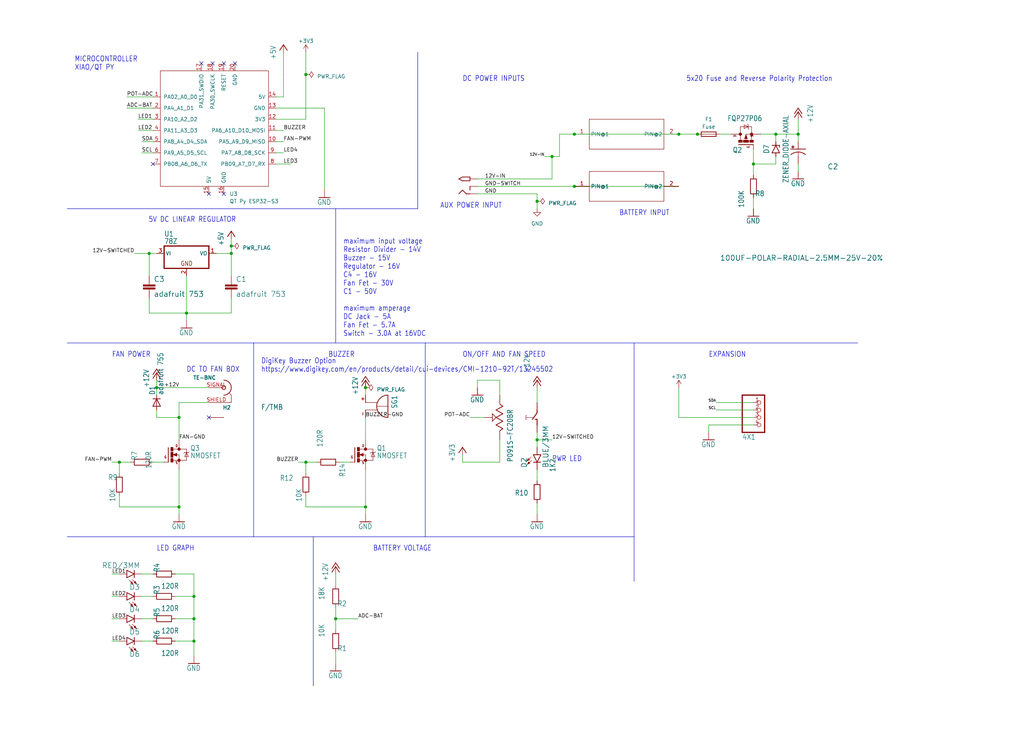
<source format=kicad_sch>
(kicad_sch (version 20230121) (generator eeschema)
  (paper "User" 348.691 254.152)
  (lib_symbols
    (symbol "Device:Fuse" (pin_numbers hide) (pin_names (offset 0))
      (property "Reference" "F" (at 2.032 0 90))
      (property "Value" "Fuse" (at -1.905 0 90))
      (symbol "Fuse_1_1"
        (pin passive line (at 0 3.81 270) (length 1.27) (name "~") (number "1"))
        (pin passive line (at 0 -3.81 90) (length 1.27) (name "~") (number "2"))
      )
    )
    (symbol "Device:R" (pin_numbers hide) (pin_names (offset 0))
      (property "Reference" "R" (at 2.032 0 90))
      (property "Value" "R" (at 0 0 90))
      (symbol "R_1_1"
        (pin passive line (at 0 3.81 270) (length 1.27) (name "~") (number "1"))
        (pin passive line (at 0 -3.81 90) (length 1.27) (name "~") (number "2"))
      )
    )
    (symbol "Papra TH v1.0-eagle-import:+12V" (power)
      (property "Value" "+12V" (at -2.54 -5.08 90))
      (symbol "+12V_1_0"
        (pin power_in line (at 0 -2.54 90) (length 2.54) (name "+12V") (number "1"))
      )
    )
    (symbol "Papra TH v1.0-eagle-import:+3V3" (power)
      (property "Value" "+3V3" (at -2.54 -5.08 90))
      (symbol "+3V3_1_0"
        (pin power_in line (at 0 -2.54 90) (length 2.54) (name "+3V3") (number "1"))
      )
    )
    (symbol "Papra TH v1.0-eagle-import:+5V" (power)
      (property "Value" "+5V" (at -2.54 -5.08 90))
      (symbol "+5V_1_0"
        (pin power_in line (at 0 -2.54 90) (length 2.54) (name "+5V") (number "1"))
      )
    )
    (symbol "Papra TH v1.0-eagle-import:0.1UF-KIT-EZ-50V-20%"
      (property "Reference" "C" (at 1.524 2.921 0))
      (symbol "0.1UF-KIT-EZ-50V-20%_1_0"
        (pin passive line (at 0 5.08 270) (length 2.54) (name "1") (number "1"))
        (pin passive line (at 0 -2.54 90) (length 2.54) (name "2") (number "2"))
      )
    )
    (symbol "Papra TH v1.0-eagle-import:100UF-POLAR-RADIAL-2.5MM-25V-20%"
      (property "Reference" "C" (at 1.016 0.635 0))
      (symbol "100UF-POLAR-RADIAL-2.5MM-25V-20%_1_0"
        (pin passive line (at 0 2.54 270) (length 2.54) (name "+") (number "1"))
        (pin passive line (at 0 -5.08 90) (length 2.54) (name "-") (number "2"))
      )
    )
    (symbol "Papra TH v1.0-eagle-import:1N4004"
      (property "Reference" "D" (at 2.54 0.4826 0))
      (symbol "1N4004_1_0"
        (pin passive line (at -2.54 0 0) (length 2.54) (name "A") (number "A"))
        (pin passive line (at 2.54 0 180) (length 2.54) (name "C") (number "C"))
      )
    )
    (symbol "Papra TH v1.0-eagle-import:4X1"
      (symbol "4X1_1_0"
        (pin passive inverted (at 0 2.54 0) (length 2.54) (name "1") (number "1"))
        (pin passive inverted (at 0 0 0) (length 2.54) (name "2") (number "2"))
        (pin passive inverted (at 0 -2.54 0) (length 2.54) (name "3") (number "3"))
        (pin passive inverted (at 0 -5.08 0) (length 2.54) (name "4") (number "4"))
      )
    )
    (symbol "Papra TH v1.0-eagle-import:78Z"
      (property "Reference" "IC" (at -7.62 5.715 0))
      (symbol "78Z_1_0"
        (text "GND" (at -2.032 -4.318 0) (effects (font (size 1.524 1.2954)) (justify left bottom)))
        (pin passive line (at 10.16 0 180) (length 2.54) (name "VO") (number "1"))
        (pin passive line (at 0 -7.62 90) (length 2.54) (name "GND") (number "2"))
        (pin input line (at -10.16 0 0) (length 2.54) (name "VI") (number "3"))
      )
    )
    (symbol "Papra TH v1.0-eagle-import:DIALIGHT_LIGHTPIPE")
    (symbol "Papra TH v1.0-eagle-import:F/TMB"
      (property "Reference" "SG" (at -2.54 6.35 0))
      (symbol "F/TMB_1_0"
        (pin passive line (at -2.54 -2.54 0) (length 2.54) (name "+") (number "+"))
        (pin passive line (at 5.08 -2.54 180) (length 2.54) (name "-") (number "-"))
      )
    )
    (symbol "Papra TH v1.0-eagle-import:GND" (power)
      (property "Value" "GND" (at -2.54 -2.54 0))
      (symbol "GND_1_0"
        (pin power_in line (at 0 2.54 270) (length 2.54) (name "GND") (number "1"))
      )
    )
    (symbol "Papra TH v1.0-eagle-import:LED3MM"
      (property "Reference" "D" (at -3.429 -4.572 90))
      (symbol "LED3MM_1_0"
        (pin passive line (at 0 2.54 270) (length 2.54) (name "A") (number "A"))
        (pin passive line (at 0 -5.08 90) (length 2.54) (name "C") (number "K"))
      )
    )
    (symbol "Papra TH v1.0-eagle-import:NMOSFETTO220"
      (property "Reference" "Q" (at 6.35 1.27 0))
      (symbol "NMOSFETTO220_1_0"
        (text "D" (at 1.27 2.54 0) (effects (font (size 0.8128 0.6908)) (justify left bottom)))
        (text "G" (at -2.54 -1.27 0) (effects (font (size 0.8128 0.6908)) (justify left bottom)))
        (text "S" (at 1.27 -3.175 0) (effects (font (size 0.8128 0.6908)) (justify left bottom)))
        (pin passive line (at 2.54 5.08 270) (length 2.54) (name "D") (number "D"))
        (pin passive line (at -2.54 -2.54 0) (length 0) (name "G") (number "G"))
        (pin passive line (at 2.54 -5.08 90) (length 2.54) (name "S") (number "S"))
      )
    )
    (symbol "Papra TH v1.0-eagle-import:P091S-FC20BR"
      (symbol "P091S-FC20BR_1_0"
        (pin passive line (at -7.62 2.54 0) (length 2.54) (name "1") (number "1"))
        (pin passive line (at 0 7.62 270) (length 2.54) (name "2") (number "2"))
        (pin passive line (at 7.62 2.54 180) (length 2.54) (name "3") (number "3"))
        (pin passive line (at 5.08 -10.16 180) (length 2.54) (name "4") (number "COM"))
        (pin passive line (at -5.08 -10.16 0) (length 2.54) (name "5") (number "NO"))
      )
    )
    (symbol "Papra TH v1.0-eagle-import:PJ-066A"
      (symbol "PJ-066A_1_0"
        (pin bidirectional line (at 2.54 -2.54 180) (length 2.54) (name "RING") (number "GND"))
        (pin bidirectional line (at 2.54 0 180) (length 2.54) (name "RING_SW") (number "GNDBREAK"))
        (pin bidirectional line (at 2.54 2.54 180) (length 2.54) (name "TIP") (number "PWR"))
      )
    )
    (symbol "Papra TH v1.0-eagle-import:PMOSFET_TO220"
      (property "Reference" "Q" (at 6.35 1.27 0))
      (symbol "PMOSFET_TO220_1_0"
        (text "D" (at 1.524 -3.302 0) (effects (font (size 0.8128 0.6908)) (justify left bottom)))
        (text "G" (at -2.286 1.27 0) (effects (font (size 0.8128 0.6908)) (justify left bottom)))
        (text "S" (at 1.524 2.54 0) (effects (font (size 0.8128 0.6908)) (justify left bottom)))
        (pin passive line (at 2.54 -5.08 90) (length 2.54) (name "D") (number "D"))
        (pin passive line (at -2.54 2.54 0) (length 0) (name "G") (number "G"))
        (pin passive line (at 2.54 5.08 270) (length 2.54) (name "S") (number "S"))
      )
    )
    (symbol "Papra TH v1.0-eagle-import:TE-BNC"
      (property "Reference" "H" (at -2.54 -7.62 0))
      (symbol "TE-BNC_1_0"
        (pin passive line (at 5.08 -10.16 180) (length 5.08) (name "P3") (number "P$1"))
        (pin passive line (at 5.08 -10.16 180) (length 5.08) (name "P3") (number "P$2"))
        (pin passive line (at 5.08 -5.08 180) (length 5.08) (name "P2") (number "SHIELD"))
        (pin passive line (at 5.08 0 180) (length 5.08) (name "P1") (number "SIGNAL"))
      )
    )
    (symbol "Papra TH v1.0-eagle-import:TE63952-1"
      (symbol "TE63952-1_1_0"
        (pin passive line (at -17.78 0 0) (length 5.08) (name "PIN@1") (number "1"))
        (pin passive line (at 17.78 0 180) (length 5.08) (name "PIN@2") (number "2"))
      )
    )
    (symbol "Papra TH v1.0-eagle-import:ZENER_DIODE-AXIAL"
      (property "Reference" "D" (at 0 3.175 0))
      (symbol "ZENER_DIODE-AXIAL_1_0"
        (pin passive line (at -2.54 0 0) (length 0) (name "A") (number "1"))
        (pin passive line (at 2.54 0 180) (length 0) (name "C") (number "2"))
      )
    )
    (symbol "Seeeduino-XAIO:SeeeduinoXIAO" (pin_names (offset 1.016))
      (property "Reference" "U" (at -19.05 22.86 0))
      (property "Value" "SeeeduinoXIAO" (at -12.7 21.59 0))
      (symbol "SeeeduinoXIAO_1_1"
        (pin unspecified line (at -21.59 11.43 0) (length 2.54) (name "PA02_A0_D0") (number "1"))
        (pin unspecified line (at 20.32 -3.81 180) (length 2.54) (name "PA5_A9_D9_MISO") (number "10"))
        (pin unspecified line (at 20.32 0 180) (length 2.54) (name "PA6_A10_D10_MOSI") (number "11"))
        (pin unspecified line (at 20.32 3.81 180) (length 2.54) (name "3V3") (number "12"))
        (pin unspecified line (at 20.32 7.62 180) (length 2.54) (name "GND") (number "13"))
        (pin unspecified line (at 20.32 11.43 180) (length 2.54) (name "5V") (number "14"))
        (pin input line (at -2.54 -21.59 90) (length 2.54) (name "5V") (number "15"))
        (pin input line (at 2.54 -21.59 90) (length 2.54) (name "GND") (number "16"))
        (pin input line (at -5.08 22.86 270) (length 2.54) (name "PA31_SWDIO") (number "17"))
        (pin input line (at -1.27 22.86 270) (length 2.54) (name "PA30_SWCLK") (number "18"))
        (pin input line (at 2.54 22.86 270) (length 2.54) (name "RESET") (number "19"))
        (pin unspecified line (at -21.59 7.62 0) (length 2.54) (name "PA4_A1_D1") (number "2"))
        (pin input line (at 6.35 22.86 270) (length 2.54) (name "GND") (number "20"))
        (pin unspecified line (at -21.59 3.81 0) (length 2.54) (name "PA10_A2_D2") (number "3"))
        (pin unspecified line (at -21.59 0 0) (length 2.54) (name "PA11_A3_D3") (number "4"))
        (pin unspecified line (at -21.59 -3.81 0) (length 2.54) (name "PA8_A4_D4_SDA") (number "5"))
        (pin unspecified line (at -21.59 -7.62 0) (length 2.54) (name "PA9_A5_D5_SCL") (number "6"))
        (pin unspecified line (at -21.59 -11.43 0) (length 2.54) (name "PB08_A6_D6_TX") (number "7"))
        (pin unspecified line (at 20.32 -11.43 180) (length 2.54) (name "PB09_A7_D7_RX") (number "8"))
        (pin unspecified line (at 20.32 -7.62 180) (length 2.54) (name "PA7_A8_D8_SCK") (number "9"))
      )
    )
    (symbol "power:+3V3" (power) (pin_names (offset 0))
      (property "Value" "+3V3" (at 0 3.556 0))
      (symbol "+3V3_1_1"
        (pin power_in line (at 0 0 90) (length 0) hide (name "+3V3") (number "1"))
      )
    )
    (symbol "power:GND" (power) (pin_names (offset 0))
      (property "Value" "GND" (at 0 -3.81 0))
      (symbol "GND_1_1"
        (pin power_in line (at 0 0 270) (length 0) hide (name "GND") (number "1"))
      )
    )
    (symbol "power:PWR_FLAG" (power) (pin_numbers hide) (pin_names (offset 0) hide)
      (property "Value" "PWR_FLAG" (at 0 3.81 0))
      (symbol "PWR_FLAG_0_0"
        (pin power_out line (at 0 0 90) (length 0) (name "pwr") (number "1"))
      )
    )
  )
  (junction (at 231.14 45.72))
  (junction (at 60.96 172.72))
  (junction (at 195.58 45.72))
  (junction (at 195.58 63.5))
  (junction (at 60.96 142.24))
  (junction (at 66.04 210.82))
  (junction (at 182.88 68.58))
  (junction (at 104.14 25.4))
  (junction (at 271.78 45.72))
  (junction (at 182.88 149.86))
  (junction (at 264.16 45.72))
  (junction (at 66.04 218.44))
  (junction (at 66.04 203.2))
  (junction (at 237.49 45.72))
  (junction (at 256.54 55.88))
  (junction (at 50.8 86.36))
  (junction (at 124.46 172.72))
  (junction (at 78.74 83.82))
  (junction (at 40.64 157.48))
  (junction (at 114.3 210.82))
  (junction (at 104.14 157.48))
  (junction (at 187.96 53.34))
  (junction (at 78.74 86.36))
  (junction (at 124.46 132.08))
  (junction (at 53.34 132.08))
  (junction (at 63.5 106.68))
  (no_connect (at 76.2 21.59))
  (no_connect (at 68.58 21.59))
  (no_connect (at 76.2 66.04))
  (no_connect (at 72.39 21.59))
  (no_connect (at 80.01 21.59))
  (no_connect (at 71.12 142.24))
  (no_connect (at 71.12 66.04))
  (no_connect (at 52.07 55.88))
  (wire (pts (xy 59.69 195.58) (xy 60.96 195.58)))
  (wire (pts (xy 246.38 45.72) (xy 248.92 45.72)) (stroke (width 0.1524)))
  (wire (pts (xy 162.56 60.96) (xy 187.96 60.96)) (stroke (width 0.1524)))
  (wire (pts (xy 50.8 203.2) (xy 52.07 203.2)))
  (wire (pts (xy 264.16 45.72) (xy 271.78 45.72)) (stroke (width 0.1524)))
  (wire (pts (xy 43.18 33.02) (xy 52.07 33.02)))
  (wire (pts (xy 124.46 160.02) (xy 124.46 172.72)) (stroke (width 0.1524)))
  (polyline (pts (xy 144.78 116.84) (xy 215.9 116.84)) (stroke (width 0.1524) (type solid)))
  (wire (pts (xy 104.14 160.02) (xy 104.14 161.29)))
  (wire (pts (xy 182.88 137.16) (xy 182.88 132.08)) (stroke (width 0.1524)))
  (wire (pts (xy 104.14 40.64) (xy 104.14 30.48)))
  (wire (pts (xy 114.3 195.58) (xy 114.3 198.12)) (stroke (width 0.1524)))
  (wire (pts (xy 52.07 157.48) (xy 53.34 157.48)))
  (wire (pts (xy 256.54 71.12) (xy 256.54 68.58)) (stroke (width 0.1524)))
  (wire (pts (xy 59.69 203.2) (xy 60.96 203.2)))
  (wire (pts (xy 40.64 195.58) (xy 38.1 195.58)) (stroke (width 0.1524)))
  (polyline (pts (xy 86.36 182.88) (xy 22.86 182.88)) (stroke (width 0.1524) (type solid)))
  (wire (pts (xy 50.8 101.6) (xy 50.8 106.68)) (stroke (width 0.1524)))
  (polyline (pts (xy 106.68 233.68) (xy 106.68 182.88)) (stroke (width 0.1524) (type solid)))
  (polyline (pts (xy 142.24 71.12) (xy 142.24 17.78)) (stroke (width 0.1524) (type solid)))
  (wire (pts (xy 60.96 218.44) (xy 66.04 218.44)) (stroke (width 0.1524)))
  (wire (pts (xy 124.46 172.72) (xy 124.46 175.26)) (stroke (width 0.1524)))
  (wire (pts (xy 59.69 210.82) (xy 60.96 210.82)))
  (wire (pts (xy 50.8 195.58) (xy 48.26 195.58)) (stroke (width 0.1524)))
  (wire (pts (xy 170.18 129.54) (xy 170.18 134.62)) (stroke (width 0.1524)))
  (wire (pts (xy 46.99 40.64) (xy 52.07 40.64)))
  (polyline (pts (xy 215.9 182.88) (xy 215.9 116.84)) (stroke (width 0.1524) (type solid)))
  (wire (pts (xy 124.46 132.08) (xy 124.46 134.62)) (stroke (width 0.1524)))
  (wire (pts (xy 104.14 170.18) (xy 104.14 172.72)) (stroke (width 0.1524)))
  (wire (pts (xy 40.64 203.2) (xy 38.1 203.2)) (stroke (width 0.1524)))
  (wire (pts (xy 48.26 48.26) (xy 52.07 48.26)))
  (wire (pts (xy 104.14 168.91) (xy 104.14 170.18)))
  (wire (pts (xy 50.8 218.44) (xy 52.07 218.44)))
  (wire (pts (xy 93.98 48.26) (xy 96.52 48.26)))
  (wire (pts (xy 256.54 55.88) (xy 264.16 55.88)) (stroke (width 0.1524)))
  (wire (pts (xy 256.54 142.24) (xy 231.14 142.24)) (stroke (width 0.1524)))
  (wire (pts (xy 187.96 53.34) (xy 187.96 60.96)) (stroke (width 0.1524)))
  (wire (pts (xy 231.14 45.72) (xy 236.22 45.72)) (stroke (width 0.1524)))
  (wire (pts (xy 73.66 86.36) (xy 78.74 86.36)) (stroke (width 0.1524)))
  (polyline (pts (xy 86.36 116.84) (xy 144.78 116.84)) (stroke (width 0.1524) (type solid)))
  (wire (pts (xy 162.56 63.5) (xy 195.58 63.5)) (stroke (width 0.1524)))
  (wire (pts (xy 237.49 45.72) (xy 236.22 45.72)))
  (wire (pts (xy 104.14 30.48) (xy 104.14 25.4)) (stroke (width 0.1524)))
  (wire (pts (xy 104.14 172.72) (xy 124.46 172.72)) (stroke (width 0.1524)))
  (wire (pts (xy 40.64 210.82) (xy 38.1 210.82)) (stroke (width 0.1524)))
  (wire (pts (xy 60.96 137.16) (xy 60.96 142.24)) (stroke (width 0.1524)))
  (wire (pts (xy 53.34 139.7) (xy 53.34 142.24)) (stroke (width 0.1524)))
  (wire (pts (xy 259.08 45.72) (xy 264.16 45.72)) (stroke (width 0.1524)))
  (polyline (pts (xy 86.36 182.88) (xy 86.36 116.84)) (stroke (width 0.1524) (type solid)))
  (wire (pts (xy 40.64 168.91) (xy 40.64 170.18)))
  (wire (pts (xy 182.88 149.86) (xy 182.88 147.32)) (stroke (width 0.1524)))
  (wire (pts (xy 93.98 55.88) (xy 99.06 55.88)))
  (wire (pts (xy 114.3 213.36) (xy 114.3 214.63)))
  (wire (pts (xy 53.34 134.62) (xy 53.34 132.08)) (stroke (width 0.1524)))
  (wire (pts (xy 256.54 137.16) (xy 243.84 137.16)) (stroke (width 0.1524)))
  (wire (pts (xy 60.96 210.82) (xy 66.04 210.82)) (stroke (width 0.1524)))
  (wire (pts (xy 50.8 210.82) (xy 52.07 210.82)))
  (wire (pts (xy 60.96 195.58) (xy 66.04 195.58)) (stroke (width 0.1524)))
  (wire (pts (xy 182.88 160.02) (xy 182.88 162.56)) (stroke (width 0.1524)))
  (wire (pts (xy 53.34 157.48) (xy 55.88 157.48)) (stroke (width 0.1524)))
  (wire (pts (xy 40.64 160.02) (xy 40.64 161.29)))
  (wire (pts (xy 256.54 50.8) (xy 256.54 55.88)) (stroke (width 0.1524)))
  (wire (pts (xy 256.54 144.78) (xy 241.3 144.78)) (stroke (width 0.1524)))
  (wire (pts (xy 40.64 218.44) (xy 38.1 218.44)) (stroke (width 0.1524)))
  (wire (pts (xy 66.04 210.82) (xy 66.04 218.44)) (stroke (width 0.1524)))
  (wire (pts (xy 78.74 106.68) (xy 63.5 106.68)) (stroke (width 0.1524)))
  (wire (pts (xy 271.78 45.72) (xy 271.78 40.64)) (stroke (width 0.1524)))
  (wire (pts (xy 60.96 160.02) (xy 60.96 172.72)) (stroke (width 0.1524)))
  (wire (pts (xy 93.98 44.45) (xy 96.52 44.45)))
  (polyline (pts (xy 22.86 116.84) (xy 86.36 116.84)) (stroke (width 0.1524) (type solid)))
  (wire (pts (xy 60.96 172.72) (xy 60.96 175.26)) (stroke (width 0.1524)))
  (wire (pts (xy 60.96 203.2) (xy 66.04 203.2)) (stroke (width 0.1524)))
  (wire (pts (xy 93.98 33.02) (xy 96.52 33.02)))
  (wire (pts (xy 157.48 154.94) (xy 157.48 157.48)) (stroke (width 0.1524)))
  (wire (pts (xy 78.74 83.82) (xy 78.74 81.28)) (stroke (width 0.1524)))
  (wire (pts (xy 190.5 45.72) (xy 190.5 53.34)) (stroke (width 0.1524)))
  (wire (pts (xy 104.14 157.48) (xy 101.6 157.48)) (stroke (width 0.1524)))
  (wire (pts (xy 40.64 157.48) (xy 38.1 157.48)) (stroke (width 0.1524)))
  (polyline (pts (xy 114.3 71.12) (xy 142.24 71.12)) (stroke (width 0.1524) (type solid)))
  (wire (pts (xy 115.57 157.48) (xy 116.84 157.48)))
  (polyline (pts (xy 215.9 182.88) (xy 144.78 182.88)) (stroke (width 0.1524) (type solid)))
  (wire (pts (xy 59.69 218.44) (xy 60.96 218.44)))
  (wire (pts (xy 106.68 157.48) (xy 107.95 157.48)))
  (wire (pts (xy 110.49 64.77) (xy 110.49 36.83)))
  (wire (pts (xy 93.98 52.07) (xy 96.52 52.07)))
  (wire (pts (xy 190.5 53.34) (xy 187.96 53.34)) (stroke (width 0.1524)))
  (wire (pts (xy 114.3 210.82) (xy 121.92 210.82)) (stroke (width 0.1524)))
  (wire (pts (xy 114.3 208.28) (xy 114.3 210.82)) (stroke (width 0.1524)))
  (wire (pts (xy 241.3 144.78) (xy 241.3 147.32)) (stroke (width 0.1524)))
  (wire (pts (xy 40.64 160.02) (xy 40.64 157.48)) (stroke (width 0.1524)))
  (wire (pts (xy 165.1 142.24) (xy 160.02 142.24)) (stroke (width 0.1524)))
  (wire (pts (xy 237.744 45.72) (xy 237.49 45.72)))
  (wire (pts (xy 104.14 160.02) (xy 104.14 157.48)) (stroke (width 0.1524)))
  (wire (pts (xy 50.8 93.98) (xy 50.8 86.36)) (stroke (width 0.1524)))
  (wire (pts (xy 66.04 195.58) (xy 66.04 203.2)) (stroke (width 0.1524)))
  (wire (pts (xy 124.46 142.24) (xy 124.46 149.86)) (stroke (width 0.1524)))
  (polyline (pts (xy 22.86 71.12) (xy 114.3 71.12)) (stroke (width 0.1524) (type solid)))
  (wire (pts (xy 170.18 157.48) (xy 170.18 149.86)) (stroke (width 0.1524)))
  (wire (pts (xy 78.74 86.36) (xy 78.74 83.82)) (stroke (width 0.1524)))
  (wire (pts (xy 237.49 45.974) (xy 237.744 45.974)))
  (wire (pts (xy 114.3 207.01) (xy 114.3 208.28)))
  (wire (pts (xy 50.8 203.2) (xy 48.26 203.2)) (stroke (width 0.1524)))
  (wire (pts (xy 93.98 40.64) (xy 104.14 40.64)))
  (wire (pts (xy 53.34 86.36) (xy 50.8 86.36)) (stroke (width 0.1524)))
  (wire (pts (xy 104.14 25.4) (xy 104.14 17.78)) (stroke (width 0.1524)))
  (wire (pts (xy 182.88 171.45) (xy 182.88 172.72)))
  (wire (pts (xy 78.74 101.6) (xy 78.74 106.68)) (stroke (width 0.1524)))
  (wire (pts (xy 114.3 210.82) (xy 114.3 213.36)) (stroke (width 0.1524)))
  (wire (pts (xy 50.8 106.68) (xy 63.5 106.68)) (stroke (width 0.1524)))
  (wire (pts (xy 50.8 210.82) (xy 48.26 210.82)) (stroke (width 0.1524)))
  (wire (pts (xy 71.12 132.08) (xy 53.34 132.08)) (stroke (width 0.1524)))
  (wire (pts (xy 96.52 25.4) (xy 96.52 17.78)) (stroke (width 0.1524)))
  (polyline (pts (xy 106.68 182.88) (xy 86.36 182.88)) (stroke (width 0.1524) (type solid)))
  (wire (pts (xy 162.56 129.54) (xy 170.18 129.54)) (stroke (width 0.1524)))
  (wire (pts (xy 50.8 195.58) (xy 52.07 195.58)))
  (wire (pts (xy 231.14 132.08) (xy 231.14 142.24)))
  (wire (pts (xy 93.98 36.83) (xy 110.49 36.83)))
  (wire (pts (xy 237.744 45.974) (xy 237.744 45.72)))
  (wire (pts (xy 66.04 218.44) (xy 66.04 223.52)) (stroke (width 0.1524)))
  (wire (pts (xy 71.12 137.16) (xy 60.96 137.16)) (stroke (width 0.1524)))
  (wire (pts (xy 256.54 67.31) (xy 256.54 68.58)))
  (wire (pts (xy 114.3 198.12) (xy 114.3 199.39)))
  (wire (pts (xy 43.18 36.83) (xy 52.07 36.83)))
  (polyline (pts (xy 144.78 182.88) (xy 106.68 182.88)) (stroke (width 0.1524) (type solid)))
  (wire (pts (xy 271.78 48.26) (xy 271.78 45.72)) (stroke (width 0.1524)))
  (wire (pts (xy 182.88 175.26) (xy 182.88 172.72)) (stroke (width 0.1524)))
  (wire (pts (xy 162.56 66.04) (xy 182.88 66.04)))
  (wire (pts (xy 182.88 162.56) (xy 182.88 163.83)))
  (wire (pts (xy 116.84 157.48) (xy 119.38 157.48)) (stroke (width 0.1524)))
  (wire (pts (xy 245.11 45.72) (xy 246.38 45.72)))
  (wire (pts (xy 96.52 25.4) (xy 96.52 33.02)))
  (wire (pts (xy 50.8 86.36) (xy 45.72 86.36)) (stroke (width 0.1524)))
  (wire (pts (xy 157.48 157.48) (xy 170.18 157.48)) (stroke (width 0.1524)))
  (wire (pts (xy 190.5 45.72) (xy 195.58 45.72)) (stroke (width 0.1524)))
  (wire (pts (xy 162.56 132.08) (xy 162.56 129.54)) (stroke (width 0.1524)))
  (wire (pts (xy 78.74 93.98) (xy 78.74 86.36)) (stroke (width 0.1524)))
  (polyline (pts (xy 215.9 198.12) (xy 215.9 182.88)) (stroke (width 0.1524) (type solid)))
  (wire (pts (xy 256.54 58.42) (xy 256.54 59.69)))
  (polyline (pts (xy 215.9 116.84) (xy 292.1 116.84)) (stroke (width 0.1524) (type solid)))
  (wire (pts (xy 182.88 66.04) (xy 182.88 68.58)))
  (wire (pts (xy 271.78 55.88) (xy 271.78 58.42)) (stroke (width 0.1524)))
  (wire (pts (xy 53.34 132.08) (xy 53.34 129.54)) (stroke (width 0.1524)))
  (wire (pts (xy 50.8 218.44) (xy 48.26 218.44)) (stroke (width 0.1524)))
  (wire (pts (xy 43.18 157.48) (xy 44.45 157.48)))
  (wire (pts (xy 63.5 106.68) (xy 63.5 109.22)) (stroke (width 0.1524)))
  (polyline (pts (xy 114.3 71.12) (xy 114.3 116.84)) (stroke (width 0.1524) (type solid)))
  (wire (pts (xy 104.14 157.48) (xy 106.68 157.48)) (stroke (width 0.1524)))
  (wire (pts (xy 256.54 55.88) (xy 256.54 58.42)) (stroke (width 0.1524)))
  (wire (pts (xy 264.16 48.26) (xy 264.16 45.72)) (stroke (width 0.1524)))
  (wire (pts (xy 40.64 170.18) (xy 40.64 172.72)) (stroke (width 0.1524)))
  (wire (pts (xy 63.5 93.98) (xy 63.5 106.68)) (stroke (width 0.1524)))
  (wire (pts (xy 195.58 63.5) (xy 231.14 63.5)) (stroke (width 0.1524)))
  (wire (pts (xy 185.42 53.34) (xy 187.96 53.34)) (stroke (width 0.1524)))
  (wire (pts (xy 231.14 45.72) (xy 195.58 45.72)) (stroke (width 0.1524)))
  (wire (pts (xy 48.26 52.07) (xy 52.07 52.07)))
  (wire (pts (xy 182.88 68.58) (xy 182.88 71.12)))
  (wire (pts (xy 114.3 222.25) (xy 114.3 223.52)))
  (wire (pts (xy 114.3 226.06) (xy 114.3 223.52)) (stroke (width 0.1524)))
  (polyline (pts (xy 144.78 116.84) (xy 144.78 182.88)) (stroke (width 0.1524) (type solid)))
  (wire (pts (xy 264.16 55.88) (xy 264.16 53.34)) (stroke (width 0.1524)))
  (wire (pts (xy 60.96 142.24) (xy 60.96 149.86)) (stroke (width 0.1524)))
  (wire (pts (xy 182.88 149.86) (xy 187.96 149.86)) (stroke (width 0.1524)))
  (wire (pts (xy 40.64 157.48) (xy 43.18 157.48)) (stroke (width 0.1524)))
  (wire (pts (xy 53.34 142.24) (xy 60.96 142.24)) (stroke (width 0.1524)))
  (wire (pts (xy 46.99 44.45) (xy 52.07 44.45)))
  (wire (pts (xy 182.88 152.4) (xy 182.88 149.86)) (stroke (width 0.1524)))
  (wire (pts (xy 66.04 203.2) (xy 66.04 210.82)) (stroke (width 0.1524)))
  (wire (pts (xy 40.64 172.72) (xy 60.96 172.72)) (stroke (width 0.1524)))
  (wire (pts (xy 256.54 139.7) (xy 243.84 139.7)) (stroke (width 0.1524)))
  (text "BATTERY VOLTAGE" (at 127 187.96 0) (effects (font (size 1.778 1.5113)) (justify left bottom)))
  (text "PWR LED" (at 187.96 157.48 0) (effects (font (size 1.778 1.5113)) (justify left bottom)))
  (text "maximum input voltage\nResistor Divider - 14V\nBuzzer - 15V\nRegulator - 16V\nC4 - 16V\nFan Fet - 30V\nC1 - 50V" (at 116.84 81.28 0) (effects (font (size 1.778 1.5113)) (justify left top)))
  (text "FAN POWER" (at 38.1 121.92 0) (effects (font (size 1.778 1.5113)) (justify left bottom)))
  (text "maximum amperage\nDC Jack - 5A\nFan Fet - 5.7A\nSwitch - 3.0A at 16VDC" (at 116.84 104.14 0) (effects (font (size 1.778 1.5113)) (justify left top)))
  (text "5V DC LINEAR REGULATOR" (at 50.546 75.946 0) (effects (font (size 1.778 1.5113)) (justify left bottom)))
  (text "AUX POWER INPUT" (at 149.86 71.12 0) (effects (font (size 1.778 1.5113)) (justify left bottom)))
  (text "DigiKey Buzzer Option\nhttps://www.digikey.com/en/products/detail/cui-devices/CMI-1210-92T/13245502" (at 88.9 127 0) (effects (font (size 1.778 1.5113)) (justify left bottom)))
  (text "5x20 Fuse and Reverse Polarity Protection" (at 233.68 27.94 0) (effects (font (size 1.778 1.5113)) (justify left bottom)))
  (text "BUZZER" (at 111.76 121.92 0) (effects (font (size 1.778 1.5113)) (justify left bottom)))
  (text "LED GRAPH" (at 53.34 187.96 0) (effects (font (size 1.778 1.5113)) (justify left bottom)))
  (text "DC POWER INPUTS" (at 157.48 27.94 0) (effects (font (size 1.778 1.5113)) (justify left bottom)))
  (text "EXPANSION" (at 241.3 121.92 0) (effects (font (size 1.778 1.5113)) (justify left bottom)))
  (text "ON/OFF AND FAN SPEED" (at 157.48 121.92 0) (effects (font (size 1.778 1.5113)) (justify left bottom)))
  (text "DC TO FAN BOX" (at 63.5 127 0) (effects (font (size 1.778 1.5113)) (justify left bottom)))
  (text "BATTERY INPUT" (at 210.82 73.66 0) (effects (font (size 1.778 1.5113)) (justify left bottom)))
  (text "MICROCONTROLLER\nXIAO/QT PY" (at 25.4 24.13 0) (effects (font (size 1.778 1.5113)) (justify left bottom)))
  (label "LED3" (at 38.1 210.82 0) (effects (font (size 1.2446 1.2446))))
  (label "SCL" (at 243.84 139.7 180) (effects (font (size 0.889 0.889))))
  (label "SDA" (at 48.26 48.26 0))
  (label "LED1" (at 46.99 40.64 0))
  (label "POT-ADC" (at 160.02 142.24 180) (effects (font (size 1.2446 1.2446))))
  (label "LED1" (at 38.1 195.58 0) (effects (font (size 1.2446 1.2446))))
  (label "BUZZER" (at 96.52 44.45 0))
  (label "ADC-BAT" (at 121.92 210.82 0) (effects (font (size 1.2446 1.2446))))
  (label "FAN-GND" (at 60.96 149.86 0) (effects (font (size 1.2446 1.2446))))
  (label "GND-SWITCH" (at 165.1 63.5 0) (effects (font (size 1.2446 1.2446))))
  (label "12V-IN" (at 165.1 60.96 0) (effects (font (size 1.2446 1.2446))))
  (label "LED2" (at 46.99 44.45 0))
  (label "12V-IN" (at 185.42 53.34 180) (effects (font (size 0.889 0.889))))
  (label "BUZZER-GND" (at 124.46 142.24 0) (effects (font (size 1.2446 1.2446))))
  (label "FAN-PWM" (at 96.52 48.26 0))
  (label "12V-SWITCHED" (at 187.96 149.86 0) (effects (font (size 1.2446 1.2446))))
  (label "SDA" (at 243.84 137.16 180) (effects (font (size 0.889 0.889))))
  (label "ADC-BAT" (at 43.18 36.83 0))
  (label "BUZZER" (at 101.6 157.48 180) (effects (font (size 1.2446 1.2446))))
  (label "+12V" (at 55.88 132.08 0) (effects (font (size 1.2446 1.2446))))
  (label "POT-ADC" (at 43.18 33.02 0))
  (label "LED4" (at 38.1 218.44 0) (effects (font (size 1.2446 1.2446))))
  (label "SCL" (at 48.26 52.07 0))
  (label "LED3" (at 96.52 55.88 0))
  (label "FAN-PWM" (at 38.1 157.48 180) (effects (font (size 1.2446 1.2446))))
  (label "GND" (at 165.1 66.04 0) (effects (font (size 1.2446 1.2446))))
  (label "12V-SWITCHED" (at 45.72 86.36 180) (effects (font (size 1.2446 1.2446))))
  (label "LED2" (at 38.1 203.2 0) (effects (font (size 1.2446 1.2446))))
  (label "LED4" (at 96.52 52.07 0))
  (symbol (lib_id "Papra TH v1.0-eagle-import:+12V") (at 271.78 38.1 0) (unit 1)
    (property "Reference" "#P+013" (effects hide))
    (property "Value" "+12V" (at 276.86 41.91 90) (effects (font (size 1.778 1.5113)) (justify left bottom)))
  )
  (symbol (lib_id "Device:R") (at 104.14 165.1 0) (unit 1)
    (property "Reference" "R12" (at 95.25 163.83 0) (effects (font (size 1.778 1.5113)) (justify left bottom)))
    (property "Value" "10K" (at 100.838 166.37 90) (effects (font (size 1.778 1.5113)) (justify right top)))
    (property "Footprint" "Resistor_THT:R_Axial_DIN0207_L6.3mm_D2.5mm_P10.16mm_Horizontal" (effects hide))
  )
  (symbol (lib_id "Papra TH v1.0-eagle-import:LED3MM") (at 43.18 210.82 90) (unit 1)
    (property "Reference" "D5" (at 47.752 214.249 90) (effects (font (size 1.778 1.778)) (justify left bottom)))
    (property "Value" "RED/3MM" (effects hide))
    (property "Footprint" "LED_THT:LED_D5.0mm" (effects hide))
  )
  (symbol (lib_id "Papra TH v1.0-eagle-import:LED3MM") (at 182.88 154.94 0) (unit 1)
    (property "Reference" "D2" (at 179.451 159.512 90) (effects (font (size 1.778 1.778)) (justify left bottom)))
    (property "Value" "BLUE/3MM" (at 184.785 159.512 90) (effects (font (size 1.778 1.778)) (justify left top)))
    (property "Footprint" "LED_THT:LED_D5.0mm" (effects hide))
  )
  (symbol (lib_id "power:GND") (at 182.88 71.12 0) (unit 1)
    (property "Reference" "#PWR01" (effects hide))
    (property "Value" "GND" (at 182.88 76.2 0))
  )
  (symbol (lib_id "Device:R") (at 182.88 167.64 0) (unit 1)
    (property "Reference" "R10" (at 175.26 168.91 0) (effects (font (size 1.778 1.5113)) (justify left bottom)))
    (property "Value" "1K2" (at 187.198 156.21 90) (effects (font (size 1.778 1.5113)) (justify right top)))
    (property "Footprint" "Papra TH v1.0:0207_12" (effects hide))
  )
  (symbol (lib_id "Papra TH v1.0-eagle-import:F/TMB") (at 127 137.16 270) (unit 1)
    (property "Reference" "SG1" (at 133.35 134.62 0) (effects (font (size 1.778 1.5113)) (justify left bottom)))
    (property "Value" "F/TMB" (at 88.9 139.7 90) (effects (font (size 1.778 1.5113)) (justify left bottom)))
  )
  (symbol (lib_id "Papra TH v1.0-eagle-import:78Z") (at 63.5 86.36 0) (unit 1)
    (property "Reference" "U1" (at 55.88 80.645 0) (effects (font (size 1.778 1.5113)) (justify left bottom)))
    (property "Value" "78Z" (at 55.88 83.185 0) (effects (font (size 1.778 1.5113)) (justify left bottom)))
    (property "Footprint" "Package_TO_SOT_THT:TO-92_HandSolder" (effects hide))
  )
  (symbol (lib_id "Papra TH v1.0-eagle-import:+12V") (at 182.88 129.54 0) (unit 1)
    (property "Reference" "#P+01" (effects hide))
    (property "Value" "+12V" (at 180.34 127 90) (effects (font (size 1.778 1.5113)) (justify left bottom)))
  )
  (symbol (lib_id "Device:R") (at 40.64 165.1 0) (unit 1)
    (property "Reference" "R9" (at 36.83 163.6014 0) (effects (font (size 1.778 1.5113)) (justify left bottom)))
    (property "Value" "10K" (at 37.338 166.37 90) (effects (font (size 1.778 1.5113)) (justify right top)))
    (property "Footprint" "Resistor_THT:R_Axial_DIN0207_L6.3mm_D2.5mm_P10.16mm_Horizontal" (effects hide))
  )
  (symbol (lib_id "Papra TH v1.0-eagle-import:GND") (at 60.96 177.8 0) (unit 1)
    (property "Reference" "#GND04" (effects hide))
    (property "Value" "GND" (at 58.42 180.34 0) (effects (font (size 1.778 1.5113)) (justify left bottom)))
  )
  (symbol (lib_id "Papra TH v1.0-eagle-import:GND") (at 63.5 111.76 0) (unit 1)
    (property "Reference" "#GND03" (effects hide))
    (property "Value" "GND" (at 60.96 114.3 0) (effects (font (size 1.778 1.5113)) (justify left bottom)))
  )
  (symbol (lib_id "Papra TH v1.0-eagle-import:+5V") (at 96.52 15.24 0) (unit 1)
    (property "Reference" "#P+02" (effects hide))
    (property "Value" "+5V" (at 93.98 20.32 90) (effects (font (size 1.778 1.5113)) (justify left bottom)))
  )
  (symbol (lib_id "Papra TH v1.0-eagle-import:NMOSFETTO220") (at 58.42 154.94 0) (unit 1)
    (property "Reference" "Q3" (at 64.77 153.67 0) (effects (font (size 1.778 1.5113)) (justify left bottom)))
    (property "Value" "NMOSFET" (at 64.77 156.21 0) (effects (font (size 1.778 1.5113)) (justify left bottom)))
    (property "Footprint" "Package_TO_SOT_THT:TO-220-3_Vertical" (effects hide))
  )
  (symbol (lib_id "Papra TH v1.0-eagle-import:P091S-FC20BR") (at 172.72 142.24 90) (mirror x) (unit 1)
    (property "Reference" "POT1" (effects hide))
    (property "Value" "P091S-FC20BR" (at 172.72 157.48 0) (effects (font (size 1.778 1.5113)) (justify right top)))
    (property "Footprint" "Papra TH v1.0:P091S-FC20BR" (effects hide))
  )
  (symbol (lib_id "Papra TH v1.0-eagle-import:PJ-066A") (at 160.02 63.5 0) (unit 1)
    (property "Reference" "H1" (effects hide))
    (property "Value" "PJ-066A" (effects hide))
    (property "Footprint" "Papra TH v1.0:DCJACK-PJ-066A" (effects hide))
  )
  (symbol (lib_id "Papra TH v1.0-eagle-import:+5V") (at 78.74 78.74 0) (unit 1)
    (property "Reference" "#P+06" (effects hide))
    (property "Value" "+5V" (at 76.2 83.82 90) (effects (font (size 1.778 1.5113)) (justify left bottom)))
  )
  (symbol (lib_id "Papra TH v1.0-eagle-import:GND") (at 66.04 226.06 0) (unit 1)
    (property "Reference" "#GND01" (effects hide))
    (property "Value" "GND" (at 63.5 228.6 0) (effects (font (size 1.778 1.5113)) (justify left bottom)))
  )
  (symbol (lib_id "Papra TH v1.0-eagle-import:100UF-POLAR-RADIAL-2.5MM-25V-20%") (at 271.78 50.8 0) (unit 1)
    (property "Reference" "C2" (at 281.686 57.785 0) (effects (font (size 1.778 1.778)) (justify left bottom)))
    (property "Value" "100UF-POLAR-RADIAL-2.5MM-25V-20%" (at 245.11 88.9 0) (effects (font (size 1.778 1.778)) (justify left bottom)))
    (property "Footprint" "Capacitor_THT:CP_Radial_D5.0mm_P2.50mm" (effects hide))
    (property "Alternate P/N" "panasonic eca-1chg101i" (effects hide))
  )
  (symbol (lib_id "Papra TH v1.0-eagle-import:GND") (at 241.3 149.86 0) (unit 1)
    (property "Reference" "#GND012" (effects hide))
    (property "Value" "GND" (at 238.76 152.4 0) (effects (font (size 1.778 1.5113)) (justify left bottom)))
  )
  (symbol (lib_id "Papra TH v1.0-eagle-import:GND") (at 271.78 60.96 0) (unit 1)
    (property "Reference" "#GND011" (effects hide))
    (property "Value" "GND" (at 269.24 63.5 0) (effects (font (size 1.778 1.5113)) (justify left bottom)))
  )
  (symbol (lib_id "Device:R") (at 48.26 157.48 90) (mirror x) (unit 1)
    (property "Reference" "R7" (at 46.7614 153.67 0) (effects (font (size 1.778 1.5113)) (justify left bottom)))
    (property "Value" "120R" (at 51.562 153.67 0) (effects (font (size 1.778 1.5113)) (justify left bottom)))
    (property "Footprint" "Resistor_THT:R_Axial_DIN0207_L6.3mm_D2.5mm_P10.16mm_Horizontal" (effects hide))
  )
  (symbol (lib_id "Papra TH v1.0-eagle-import:+12V") (at 53.34 127 0) (unit 1)
    (property "Reference" "#P+014" (effects hide))
    (property "Value" "+12V" (at 50.8 132.08 90) (effects (font (size 1.778 1.5113)) (justify left bottom)))
  )
  (symbol (lib_id "Device:R") (at 114.3 218.44 180) (unit 1)
    (property "Reference" "R1" (at 118.11 219.9386 0) (effects (font (size 1.778 1.5113)) (justify left bottom)))
    (property "Value" "10K" (at 110.49 217.17 90) (effects (font (size 1.778 1.5113)) (justify right top)))
    (property "Footprint" "Resistor_THT:R_Axial_DIN0207_L6.3mm_D2.5mm_P10.16mm_Horizontal" (effects hide))
  )
  (symbol (lib_id "power:+3V3") (at 231.14 132.08 0) (unit 1)
    (property "Reference" "#PWR04" (effects hide))
    (property "Value" "+3V3" (at 231.14 128.27 0))
  )
  (symbol (lib_id "Papra TH v1.0-eagle-import:1N4004") (at 53.34 137.16 90) (unit 1)
    (property "Reference" "D1" (at 52.8574 134.62 0) (effects (font (size 1.778 1.5113)) (justify left bottom)))
    (property "Value" "adafruit 755" (at 55.6514 134.62 0) (effects (font (size 1.778 1.5113)) (justify left bottom)))
    (property "Footprint" "Diode_THT:D_DO-41_SOD81_P10.16mm_Horizontal" (effects hide))
    (property "Datasheet" "https://cdn-shop.adafruit.com/datasheets/1N4001-D.PDF" (effects hide))
    (property "P/N" "1n4001" (effects hide))
  )
  (symbol (lib_id "Papra TH v1.0-eagle-import:4X1") (at 256.54 139.7 0) (unit 1)
    (property "Reference" "H3" (effects hide))
    (property "Value" "4X1" (at 252.73 149.86 0) (effects (font (size 1.778 1.5113)) (justify left bottom)))
    (property "Footprint" "Connector_PinHeader_2.54mm:PinHeader_1x04_P2.54mm_Vertical" (effects hide))
  )
  (symbol (lib_id "Seeeduino-XAIO:SeeeduinoXIAO") (at 73.66 44.45 0) (unit 1)
    (property "Reference" "U3" (at 78.1559 66.04 0) (effects (justify left)))
    (property "Value" "QT Py ESP32-S3" (at 78.1559 68.58 0) (effects (justify left)))
    (property "Footprint" "Seeeduino-XAIO:Seeeduino XIAO-MOUDLE14P-2.54-21X17.8MM" (effects hide))
    (property "P/N" "Adafruit 5426" (effects hide))
  )
  (symbol (lib_id "Papra TH v1.0-eagle-import:+3V3") (at 157.48 152.4 0) (unit 1)
    (property "Reference" "#+3V02" (effects hide))
    (property "Value" "+3V3" (at 154.94 157.48 90) (effects (font (size 1.778 1.5113)) (justify left bottom)))
  )
  (symbol (lib_id "Papra TH v1.0-eagle-import:LED3MM") (at 43.18 195.58 90) (unit 1)
    (property "Reference" "D3" (at 47.752 199.009 90) (effects (font (size 1.778 1.778)) (justify left bottom)))
    (property "Value" "RED/3MM" (at 47.752 193.675 90) (effects (font (size 1.778 1.778)) (justify left top)))
    (property "Footprint" "LED_THT:LED_D5.0mm" (effects hide))
  )
  (symbol (lib_id "Device:R") (at 55.88 210.82 90) (mirror x) (unit 1)
    (property "Reference" "R5" (at 54.3814 207.01 0) (effects (font (size 1.778 1.5113)) (justify left bottom)))
    (property "Value" "120R" (at 60.96 215.9 90) (effects (font (size 1.778 1.5113)) (justify left bottom)))
    (property "Footprint" "Resistor_THT:R_Axial_DIN0207_L6.3mm_D2.5mm_P10.16mm_Horizontal" (effects hide))
  )
  (symbol (lib_id "Papra TH v1.0-eagle-import:TE-BNC") (at 76.2 132.08 0) (mirror y) (unit 1)
    (property "Reference" "H2" (at 78.74 139.7 0) (effects (font bold) (justify left bottom)))
    (property "Value" "TE-BNC" (at 73.66 129.54 0) (effects (font bold) (justify left bottom)))
    (property "Footprint" "Papra TH v1.0:TE-BNC" (effects hide))
  )
  (symbol (lib_id "power:+3V3") (at 104.14 17.78 0) (unit 1)
    (property "Reference" "#PWR03" (effects hide))
    (property "Value" "+3V3" (at 104.14 13.97 0))
  )
  (symbol (lib_id "Papra TH v1.0-eagle-import:LED3MM") (at 43.18 203.2 90) (unit 1)
    (property "Reference" "D4" (at 47.752 206.629 90) (effects (font (size 1.778 1.778)) (justify left bottom)))
    (property "Value" "RED/3MM" (effects hide))
    (property "Footprint" "LED_THT:LED_D5.0mm" (effects hide))
  )
  (symbol (lib_id "Papra TH v1.0-eagle-import:LED3MM") (at 43.18 218.44 90) (unit 1)
    (property "Reference" "D6" (at 47.752 221.869 90) (effects (font (size 1.778 1.778)) (justify left bottom)))
    (property "Value" "RED/3MM" (effects hide))
    (property "Footprint" "LED_THT:LED_D5.0mm" (effects hide))
  )
  (symbol (lib_id "Papra TH v1.0-eagle-import:TE63952-1") (at 213.36 63.5 0) (unit 1)
    (property "Reference" "BATT-0" (effects hide))
    (property "Value" "TE63952-1" (effects hide))
    (property "Footprint" "Papra TH v1.0:TE63952-1" (effects hide))
  )
  (symbol (lib_id "power:PWR_FLAG") (at 182.88 68.58 270) (unit 1)
    (property "Reference" "#FLG04" (effects hide))
    (property "Value" "PWR_FLAG" (at 186.69 69.215 90) (effects (justify left)))
  )
  (symbol (lib_id "Device:Fuse") (at 241.3 45.72 90) (unit 1)
    (property "Reference" "F1" (at 241.3 40.64 90))
    (property "Value" "Fuse" (at 241.3 43.18 90))
  )
  (symbol (lib_id "Papra TH v1.0-eagle-import:0.1UF-KIT-EZ-50V-20%") (at 50.8 99.06 0) (unit 1)
    (property "Reference" "C3" (at 52.324 96.139 0) (effects (font (size 1.778 1.778)) (justify left bottom)))
    (property "Value" "adafruit 753" (at 52.324 101.219 0) (effects (font (size 1.778 1.778)) (justify left bottom)))
    (property "Footprint" "Capacitor_THT:C_Rect_L4.0mm_W2.5mm_P2.50mm" (effects hide))
    (property "Datasheet" "https://cdn-shop.adafruit.com/datasheets/mkseries.pdf" (effects hide))
  )
  (symbol (lib_id "power:PWR_FLAG") (at 78.74 83.82 270) (unit 1)
    (property "Reference" "#FLG03" (effects hide))
    (property "Value" "PWR_FLAG" (at 82.55 84.455 90) (effects (justify left)))
  )
  (symbol (lib_id "Device:R") (at 55.88 203.2 90) (mirror x) (unit 1)
    (property "Reference" "R3" (at 54.3814 199.39 0) (effects (font (size 1.778 1.5113)) (justify left bottom)))
    (property "Value" "120R" (at 60.96 208.28 90) (effects (font (size 1.778 1.5113)) (justify left bottom)))
    (property "Footprint" "Resistor_THT:R_Axial_DIN0207_L6.3mm_D2.5mm_P10.16mm_Horizontal" (effects hide))
  )
  (symbol (lib_id "Device:R") (at 114.3 203.2 180) (unit 1)
    (property "Reference" "R2" (at 118.11 204.6986 0) (effects (font (size 1.778 1.5113)) (justify left bottom)))
    (property "Value" "18K" (at 110.49 204.47 90) (effects (font (size 1.778 1.5113)) (justify right top)))
    (property "Footprint" "Resistor_THT:R_Axial_DIN0207_L6.3mm_D2.5mm_P10.16mm_Horizontal" (effects hide))
  )
  (symbol (lib_id "Papra TH v1.0-eagle-import:+12V") (at 124.46 129.54 0) (unit 1)
    (property "Reference" "#P+03" (effects hide))
    (property "Value" "+12V" (at 121.92 134.62 90) (effects (font (size 1.778 1.5113)) (justify left bottom)))
  )
  (symbol (lib_id "Papra TH v1.0-eagle-import:GND") (at 182.88 177.8 0) (unit 1)
    (property "Reference" "#GND09" (effects hide))
    (property "Value" "GND" (at 180.34 180.34 0) (effects (font (size 1.778 1.5113)) (justify left bottom)))
  )
  (symbol (lib_id "Device:R") (at 55.88 218.44 90) (mirror x) (unit 1)
    (property "Reference" "R6" (at 54.3814 214.63 0) (effects (font (size 1.778 1.5113)) (justify left bottom)))
    (property "Value" "120R" (at 60.96 223.52 90) (effects (font (size 1.778 1.5113)) (justify left bottom)))
    (property "Footprint" "Resistor_THT:R_Axial_DIN0207_L6.3mm_D2.5mm_P10.16mm_Horizontal" (effects hide))
  )
  (symbol (lib_id "Device:R") (at 256.54 63.5 180) (unit 1)
    (property "Reference" "R8" (at 260.35 64.9986 0) (effects (font (size 1.778 1.5113)) (justify left bottom)))
    (property "Value" "100K" (at 251.46 64.77 90) (effects (font (size 1.778 1.5113)) (justify left bottom)))
    (property "Footprint" "Resistor_THT:R_Axial_DIN0207_L6.3mm_D2.5mm_P10.16mm_Horizontal" (effects hide))
  )
  (symbol (lib_id "Papra TH v1.0-eagle-import:+12V") (at 114.3 193.04 0) (unit 1)
    (property "Reference" "#P+010" (effects hide))
    (property "Value" "+12V" (at 111.76 198.12 90) (effects (font (size 1.778 1.5113)) (justify left bottom)))
  )
  (symbol (lib_id "Papra TH v1.0-eagle-import:0.1UF-KIT-EZ-50V-20%") (at 78.74 99.06 0) (unit 1)
    (property "Reference" "C1" (at 80.264 96.139 0) (effects (font (size 1.778 1.778)) (justify left bottom)))
    (property "Value" "adafruit 753" (at 80.264 101.219 0) (effects (font (size 1.778 1.778)) (justify left bottom)))
    (property "Footprint" "Capacitor_THT:C_Rect_L4.0mm_W2.5mm_P2.50mm" (effects hide))
    (property "Datasheet" "https://cdn-shop.adafruit.com/datasheets/mkseries.pdf" (effects hide))
  )
  (symbol (lib_id "power:PWR_FLAG") (at 124.46 132.08 270) (unit 1)
    (property "Reference" "#FLG02" (effects hide))
    (property "Value" "PWR_FLAG" (at 128.27 132.715 90) (effects (justify left)))
  )
  (symbol (lib_id "Papra TH v1.0-eagle-import:DIALIGHT_LIGHTPIPE") (at 88.9 228.6 0) (unit 1)
    (property "Reference" "LP1" (effects hide))
    (property "Value" "DIALIGHT_LIGHTPIPE" (effects hide))
  )
  (symbol (lib_id "Papra TH v1.0-eagle-import:GND") (at 256.54 73.66 0) (unit 1)
    (property "Reference" "#GND08" (effects hide))
    (property "Value" "GND" (at 254 76.2 0) (effects (font (size 1.778 1.5113)) (justify left bottom)))
  )
  (symbol (lib_id "power:PWR_FLAG") (at 104.14 25.4 270) (unit 1)
    (property "Reference" "#FLG01" (effects hide))
    (property "Value" "PWR_FLAG" (at 107.95 26.035 90) (effects (justify left)))
  )
  (symbol (lib_id "Papra TH v1.0-eagle-import:PMOSFET_TO220") (at 254 48.26 270) (mirror x) (unit 1)
    (property "Reference" "Q2" (at 252.73 52.07 90) (effects (font (size 1.778 1.5113)) (justify right top)))
    (property "Value" "FQP27P06" (at 247.65 39.37 90) (effects (font (size 1.778 1.5113)) (justify left bottom)))
    (property "Footprint" "Package_TO_SOT_THT:TO-220-3_Vertical" (effects hide))
  )
  (symbol (lib_id "Device:R") (at 111.76 157.48 270) (mirror x) (unit 1)
    (property "Reference" "R14" (at 115.57 162.56 0) (effects (font (size 1.778 1.5113)) (justify left bottom)))
    (property "Value" "120R" (at 107.95 152.4 0) (effects (font (size 1.778 1.5113)) (justify left bottom)))
    (property "Footprint" "Resistor_THT:R_Axial_DIN0207_L6.3mm_D2.5mm_P10.16mm_Horizontal" (effects hide))
  )
  (symbol (lib_id "Papra TH v1.0-eagle-import:GND") (at 124.46 177.8 0) (unit 1)
    (property "Reference" "#GND010" (effects hide))
    (property "Value" "GND" (at 121.92 180.34 0) (effects (font (size 1.778 1.5113)) (justify left bottom)))
  )
  (symbol (lib_id "Device:R") (at 55.88 195.58 90) (mirror x) (unit 1)
    (property "Reference" "R4" (at 54.3814 191.77 0) (effects (font (size 1.778 1.5113)) (justify left bottom)))
    (property "Value" "120R" (at 60.96 200.66 90) (effects (font (size 1.778 1.5113)) (justify left bottom)))
    (property "Footprint" "Resistor_THT:R_Axial_DIN0207_L6.3mm_D2.5mm_P10.16mm_Horizontal" (effects hide))
  )
  (symbol (lib_id "Papra TH v1.0-eagle-import:TE63952-1") (at 213.36 45.72 0) (unit 1)
    (property "Reference" "BATT+0" (effects hide))
    (property "Value" "TE63952-1" (effects hide))
    (property "Footprint" "Papra TH v1.0:TE63952-1" (effects hide))
  )
  (symbol (lib_id "Papra TH v1.0-eagle-import:GND") (at 110.49 67.31 0) (unit 1)
    (property "Reference" "#GND013" (effects hide))
    (property "Value" "GND" (at 107.95 69.85 0) (effects (font (size 1.778 1.5113)) (justify left bottom)))
  )
  (symbol (lib_id "Papra TH v1.0-eagle-import:GND") (at 162.56 134.62 0) (unit 1)
    (property "Reference" "#GND06" (effects hide))
    (property "Value" "GND" (at 160.02 137.16 0) (effects (font (size 1.778 1.5113)) (justify left bottom)))
  )
  (symbol (lib_id "Papra TH v1.0-eagle-import:ZENER_DIODE-AXIAL") (at 264.16 50.8 90) (unit 1)
    (property "Reference" "D7" (at 260.985 50.8 0) (effects (font (size 1.778 1.5113))))
    (property "Value" "ZENER_DIODE-AXIAL" (at 267.589 50.8 0) (effects (font (size 1.778 1.5113))))
    (property "Footprint" "Diode_THT:D_DO-41_SOD81_P10.16mm_Horizontal" (effects hide))
  )
  (symbol (lib_id "Papra TH v1.0-eagle-import:GND") (at 114.3 228.6 0) (unit 1)
    (property "Reference" "#GND07" (effects hide))
    (property "Value" "GND" (at 111.76 231.14 0) (effects (font (size 1.778 1.5113)) (justify left bottom)))
  )
  (symbol (lib_id "Papra TH v1.0-eagle-import:NMOSFETTO220") (at 121.92 154.94 0) (unit 1)
    (property "Reference" "Q1" (at 128.27 153.67 0) (effects (font (size 1.778 1.5113)) (justify left bottom)))
    (property "Value" "NMOSFET" (at 128.27 156.21 0) (effects (font (size 1.778 1.5113)) (justify left bottom)))
    (property "Footprint" "Package_TO_SOT_THT:TO-220-3_Vertical" (effects hide))
  )
)
</source>
